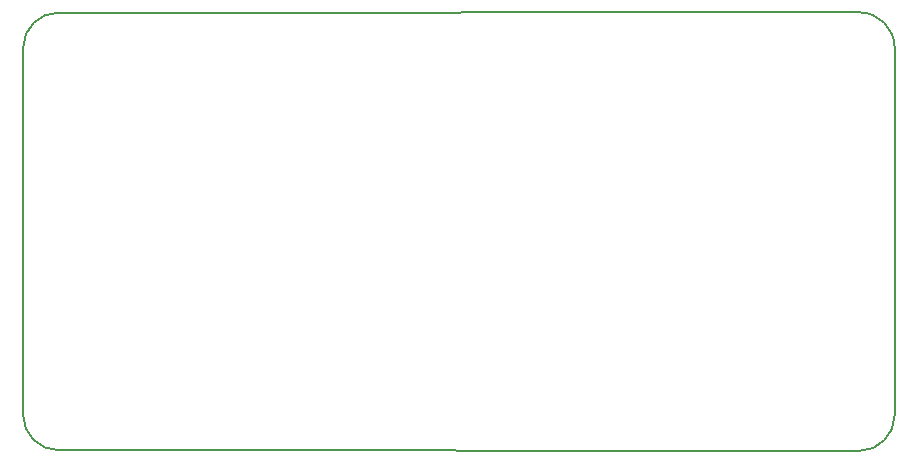
<source format=gbr>
%TF.GenerationSoftware,KiCad,Pcbnew,8.0.4*%
%TF.CreationDate,2024-08-25T02:49:15-07:00*%
%TF.ProjectId,SMDemfExplorerLEDvariationSingleCell,534d4465-6d66-4457-9870-6c6f7265724c,rev?*%
%TF.SameCoordinates,Original*%
%TF.FileFunction,Profile,NP*%
%FSLAX46Y46*%
G04 Gerber Fmt 4.6, Leading zero omitted, Abs format (unit mm)*
G04 Created by KiCad (PCBNEW 8.0.4) date 2024-08-25 02:49:15*
%MOMM*%
%LPD*%
G01*
G04 APERTURE LIST*
%TA.AperFunction,Profile*%
%ADD10C,0.200000*%
%TD*%
G04 APERTURE END LIST*
D10*
X144677080Y-53911279D02*
X212403185Y-53886279D01*
X144703186Y-90961276D02*
G75*
G02*
X141678084Y-87961273I-24999J2999999D01*
G01*
X212403185Y-53886279D02*
G75*
G02*
X215479118Y-56886275I74999J-2999997D01*
G01*
X141678187Y-56886278D02*
G75*
G02*
X144677079Y-53911173I2999999J-24998D01*
G01*
X215478188Y-56886274D02*
X215478188Y-88011276D01*
X212478189Y-91011276D02*
X144703186Y-90961276D01*
X141678184Y-87961274D02*
X141678187Y-56886278D01*
X215478188Y-88011276D02*
G75*
G02*
X212478189Y-91011273I-3000003J6D01*
G01*
M02*

</source>
